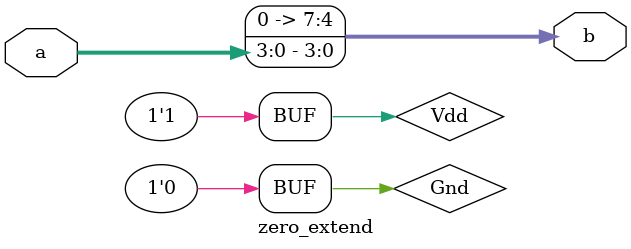
<source format=v>
`timescale 1ns/1ns
module zero_extend(input [3:0]a, output [7:0]b);
  
  supply1 Vdd;
  supply0 Gnd;
  
  not not1(b[7],Vdd);
  not not2(b[6],Vdd);
  not not3(b[5],Vdd);
  not not4(b[4],Vdd);
  or or1(b[3],Gnd,a[3]);
  or or2(b[2],Gnd,a[2]);
  or or3(b[1],Gnd,a[1]);
  or or4(b[0],Gnd,a[0]);
  
endmodule
</source>
